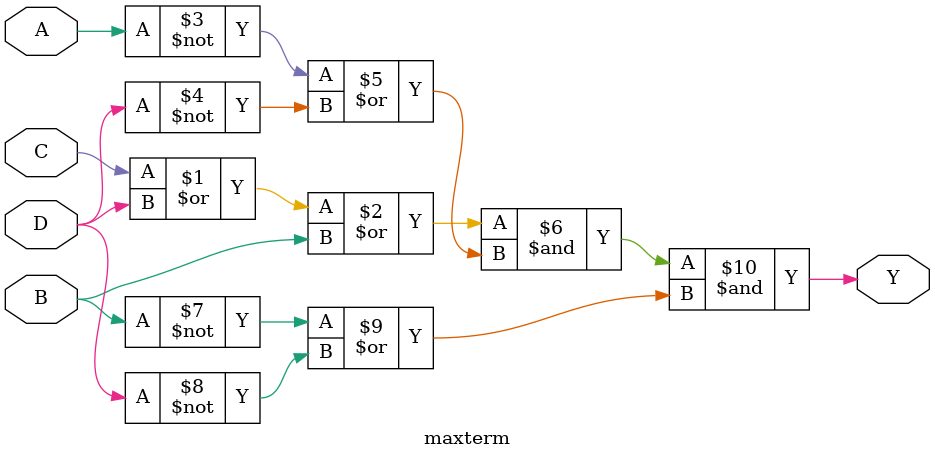
<source format=v>
module maxterm (
    input A, B, C, D,
    output Y
);

assign Y = (C | D | B) & (~A | ~D) & (~B | ~D) ;// Enter your equation here

endmodule

</source>
